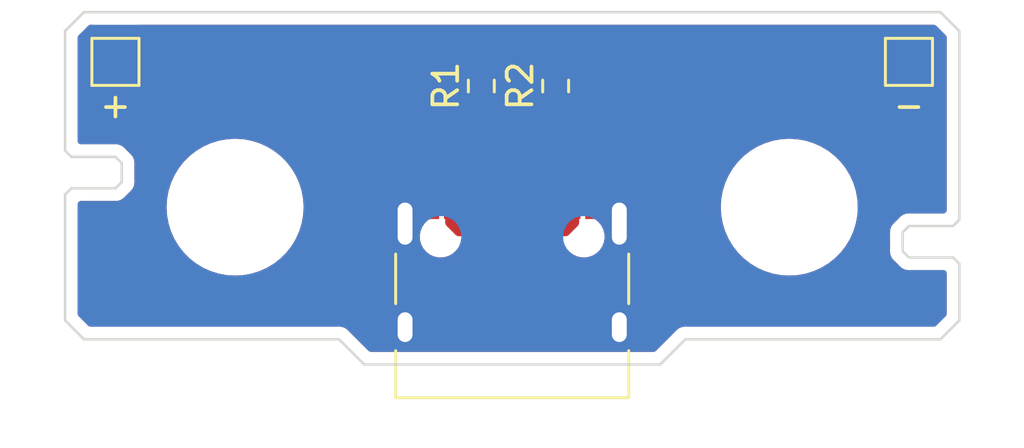
<source format=kicad_pcb>
(kicad_pcb (version 20221018) (generator pcbnew)
  (layers (0 "F.Cu" signal) (31 "B.Cu" signal) (34 "B.Paste" user) (35 "F.Paste" user) (36 "B.SilkS" user "B.Silkscreen") (37 "F.SilkS" user "F.Silkscreen") (38 "B.Mask" user) (39 "F.Mask" user) (44 "Edge.Cuts" user))
  (net 0 "")
  (net 1 "GND")
  (net 2 "Net-(J3-Pin_1)")
  (net 6 "Net-(J1-CC2)")
  (net 10 "Net-(J1-CC1)")
  (footprint "MountingHole:MountingHole_5.3mm_M5" (layer "F.Cu") (at 87.884 69.342)
    (fp_text reference "REF**" hide)
    (fp_text value "MountingHole_5.3mm_M5")
    (pad "" np_thru_hole circle (at 0 0) (size 4.5 4.5) (drill 4.5) (layers "F&B.Cu" "*.Mask"))
  )
  (footprint "TestPoint:TestPoint_Pad_1.5x1.5mm" (layer "F.Cu") (at 115.062 63.4746)
    (fp_text reference "J2" hide)
    (fp_text value "-" (at 0 1.75) (layer "F.SilkS"))
    (fp_line (start -0.95 -0.95) (end 0.95 -0.95) (stroke (width 0.12)) (layer "F.SilkS"))
    (fp_line (start -0.95 0.95) (end -0.95 -0.95) (stroke (width 0.12)) (layer "F.SilkS"))
    (fp_line (start 0.95 -0.95) (end 0.95 0.95) (stroke (width 0.12)) (layer "F.SilkS"))
    (fp_line (start 0.95 0.95) (end -0.95 0.95) (stroke (width 0.12)) (layer "F.SilkS"))
    (pad "1" smd rect (at 0 0) (size 1.5 1.5) (layers "F.Cu" "F.Mask") (net 1 "GND"))
  )
  (footprint "Connector_USB:USB_C_Receptacle_HRO_TYPE-C-31-M-12" (layer "F.Cu") (at 99.06 73.136)
    (fp_text reference "J1" hide)
    (fp_text value "USB_C_Receptacle")
    (fp_line (start -4.7 -1.9) (end -4.7 0.1) (stroke (width 0.12)) (layer "F.SilkS"))
    (fp_line (start -4.7 2) (end -4.7 3.9) (stroke (width 0.12)) (layer "F.SilkS"))
    (fp_line (start -4.7 3.9) (end 4.7 3.9) (stroke (width 0.12)) (layer "F.SilkS"))
    (fp_line (start 4.7 -1.9) (end 4.7 0.1) (stroke (width 0.12)) (layer "F.SilkS"))
    (fp_line (start 4.7 2) (end 4.7 3.9) (stroke (width 0.12)) (layer "F.SilkS"))
    (pad "" np_thru_hole circle (at -2.89 -2.6) (size 0.65 0.65) (drill 0.65) (layers "*.Cu" "*.Mask"))
    (pad "" np_thru_hole circle (at 2.89 -2.6) (size 0.65 0.65) (drill 0.65) (layers "*.Cu" "*.Mask"))
    (pad "A1" smd rect (at -3.25 -4.045) (size 0.6 1.45) (layers "F.Cu" "F.Paste" "F.Mask") (net 1 "GND"))
    (pad "A4" smd rect (at -2.45 -4.045) (size 0.6 1.45) (layers "F.Cu" "F.Paste" "F.Mask") (net 2 "Net-(J3-Pin_1)"))
    (pad "A5" smd rect (at -1.25 -4.045) (size 0.3 1.45) (layers "F.Cu" "F.Paste" "F.Mask") (net 10 "Net-(J1-CC1)"))
    (pad "A6" smd rect (at -0.25 -4.045) (size 0.3 1.45) (layers "F.Cu" "F.Paste" "F.Mask"))
    (pad "A7" smd rect (at 0.25 -4.045) (size 0.3 1.45) (layers "F.Cu" "F.Paste" "F.Mask"))
    (pad "A8" smd rect (at 1.25 -4.045) (size 0.3 1.45) (layers "F.Cu" "F.Paste" "F.Mask"))
    (pad "A9" smd rect (at 2.45 -4.045) (size 0.6 1.45) (layers "F.Cu" "F.Paste" "F.Mask") (net 2 "Net-(J3-Pin_1)"))
    (pad "A12" smd rect (at 3.25 -4.045) (size 0.6 1.45) (layers "F.Cu" "F.Paste" "F.Mask") (net 1 "GND"))
    (pad "B1" smd rect (at 3.25 -4.045) (size 0.6 1.45) (layers "F.Cu" "F.Paste" "F.Mask") (net 1 "GND"))
    (pad "B4" smd rect (at 2.45 -4.045) (size 0.6 1.45) (layers "F.Cu" "F.Paste" "F.Mask") (net 2 "Net-(J3-Pin_1)"))
    (pad "B5" smd rect (at 1.75 -4.045) (size 0.3 1.45) (layers "F.Cu" "F.Paste" "F.Mask") (net 6 "Net-(J1-CC2)"))
    (pad "B6" smd rect (at 0.75 -4.045) (size 0.3 1.45) (layers "F.Cu" "F.Paste" "F.Mask"))
    (pad "B7" smd rect (at -0.75 -4.045) (size 0.3 1.45) (layers "F.Cu" "F.Paste" "F.Mask"))
    (pad "B8" smd rect (at -1.75 -4.045) (size 0.3 1.45) (layers "F.Cu" "F.Paste" "F.Mask"))
    (pad "B9" smd rect (at -2.45 -4.045) (size 0.6 1.45) (layers "F.Cu" "F.Paste" "F.Mask") (net 2 "Net-(J3-Pin_1)"))
    (pad "B12" smd rect (at -3.25 -4.045) (size 0.6 1.45) (layers "F.Cu" "F.Paste" "F.Mask") (net 1 "GND"))
    (pad "S1" thru_hole oval (at -4.32 -3.13) (size 1 2.1) (drill oval 0.6 1.7) (layers "*.Cu" "*.Mask") (net 1 "GND"))
    (pad "S1" thru_hole oval (at -4.32 1.05) (size 1 1.6) (drill oval 0.6 1.2) (layers "*.Cu" "*.Mask") (net 1 "GND"))
    (pad "S1" thru_hole oval (at 4.32 -3.13) (size 1 2.1) (drill oval 0.6 1.7) (layers "*.Cu" "*.Mask") (net 1 "GND"))
    (pad "S1" thru_hole oval (at 4.32 1.05) (size 1 1.6) (drill oval 0.6 1.2) (layers "*.Cu" "*.Mask") (net 1 "GND"))
  )
  (footprint "MountingHole:MountingHole_5.3mm_M5" (layer "F.Cu") (at 110.236 69.342)
    (fp_text reference "REF**" hide)
    (fp_text value "MountingHole_5.3mm_M5")
    (pad "" np_thru_hole circle (at 0 0) (size 4.5 4.5) (drill 4.5) (layers "F&B.Cu" "*.Mask"))
  )
  (footprint "Resistor_SMD:R_0603_1608Metric" (layer "F.Cu") (at 97.8154 64.4506 90)
    (fp_text reference "R1" (at 0 -1.43 90) (layer "F.SilkS"))
    (fp_text value "5.1k")
    (fp_line (start -0.237258 -0.5225) (end 0.237258 -0.5225) (stroke (width 0.12)) (layer "F.SilkS"))
    (fp_line (start -0.237258 0.5225) (end 0.237258 0.5225) (stroke (width 0.12)) (layer "F.SilkS"))
    (pad "1" smd roundrect (at -0.825 0 90) (size 0.8 0.95) (layers "F.Cu" "F.Paste" "F.Mask") (net 10 "Net-(J1-CC1)"))
    (pad "2" smd roundrect (at 0.825 0 90) (size 0.8 0.95) (layers "F.Cu" "F.Paste" "F.Mask") (net 1 "GND"))
  )
  (footprint "TestPoint:TestPoint_Pad_1.5x1.5mm" (layer "F.Cu") (at 83.058 63.4746)
    (fp_text reference "J3" hide)
    (fp_text value "+" (at 0 1.75) (layer "F.SilkS"))
    (fp_line (start -0.95 -0.95) (end 0.95 -0.95) (stroke (width 0.12)) (layer "F.SilkS"))
    (fp_line (start -0.95 0.95) (end -0.95 -0.95) (stroke (width 0.12)) (layer "F.SilkS"))
    (fp_line (start 0.95 -0.95) (end 0.95 0.95) (stroke (width 0.12)) (layer "F.SilkS"))
    (fp_line (start 0.95 0.95) (end -0.95 0.95) (stroke (width 0.12)) (layer "F.SilkS"))
    (pad "1" smd rect (at 0 0) (size 1.5 1.5) (layers "F.Cu" "F.Mask") (net 2 "Net-(J3-Pin_1)"))
  )
  (footprint "Resistor_SMD:R_0603_1608Metric" (layer "F.Cu") (at 100.8126 64.4506 90)
    (fp_text reference "R2" (at 0 -1.43 90) (layer "F.SilkS"))
    (fp_text value "5.1k")
    (fp_line (start -0.237258 -0.5225) (end 0.237258 -0.5225) (stroke (width 0.12)) (layer "F.SilkS"))
    (fp_line (start -0.237258 0.5225) (end 0.237258 0.5225) (stroke (width 0.12)) (layer "F.SilkS"))
    (pad "1" smd roundrect (at -0.825 0 90) (size 0.8 0.95) (layers "F.Cu" "F.Paste" "F.Mask") (net 6 "Net-(J1-CC2)"))
    (pad "2" smd roundrect (at 0.825 0 90) (size 0.8 0.95) (layers "F.Cu" "F.Paste" "F.Mask") (net 1 "GND"))
  )
  (footprint "LOGO" (layer "B.Cu") (at 111.0488 63.4492 180)
    (fp_text reference "G***" hide)
    (fp_text value "LOGO" hide)
  )
  (gr_line (start 81.026 67.056) (end 81.28 67.31) (stroke (width 0.1)) (layer "Edge.Cuts"))
  (gr_line (start 92.075 74.676) (end 93.091 75.692) (stroke (width 0.1)) (layer "Edge.Cuts"))
  (gr_line (start 117.094 73.914) (end 116.332 74.676) (stroke (width 0.1)) (layer "Edge.Cuts"))
  (gr_line (start 105.029 75.692) (end 106.045 74.676) (stroke (width 0.1)) (layer "Edge.Cuts"))
  (gr_line (start 117.094 73.914) (end 117.094 71.628) (stroke (width 0.1)) (layer "Edge.Cuts"))
  (gr_line (start 116.84 70.104) (end 115.062 70.104) (stroke (width 0.1)) (layer "Edge.Cuts"))
  (gr_line (start 116.84 71.374) (end 117.094 71.628) (stroke (width 0.1)) (layer "Edge.Cuts"))
  (gr_line (start 117.094 62.23) (end 116.332 61.468) (stroke (width 0.1)) (layer "Edge.Cuts"))
  (gr_line (start 83.312 67.564) (end 83.312 68.326) (stroke (width 0.1)) (layer "Edge.Cuts"))
  (gr_line (start 93.091 75.692) (end 105.029 75.692) (stroke (width 0.1)) (layer "Edge.Cuts"))
  (gr_line (start 81.788 61.468) (end 81.026 62.23) (stroke (width 0.1)) (layer "Edge.Cuts"))
  (gr_line (start 114.808 70.358) (end 114.808 71.12) (stroke (width 0.1)) (layer "Edge.Cuts"))
  (gr_line (start 117.094 69.85) (end 117.094 62.23) (stroke (width 0.1)) (layer "Edge.Cuts"))
  (gr_line (start 114.808 71.12) (end 115.062 71.374) (stroke (width 0.1)) (layer "Edge.Cuts"))
  (gr_line (start 92.075 74.676) (end 81.788 74.676) (stroke (width 0.1)) (layer "Edge.Cuts"))
  (gr_line (start 115.062 71.374) (end 116.84 71.374) (stroke (width 0.1)) (layer "Edge.Cuts"))
  (gr_line (start 81.28 67.31) (end 83.058 67.31) (stroke (width 0.1)) (layer "Edge.Cuts"))
  (gr_line (start 81.026 73.914) (end 81.788 74.676) (stroke (width 0.1)) (layer "Edge.Cuts"))
  (gr_line (start 81.026 68.834) (end 81.026 73.914) (stroke (width 0.1)) (layer "Edge.Cuts"))
  (gr_line (start 81.28 68.58) (end 81.026 68.834) (stroke (width 0.1)) (layer "Edge.Cuts"))
  (gr_line (start 81.788 61.468) (end 116.332 61.468) (stroke (width 0.1)) (layer "Edge.Cuts"))
  (gr_line (start 83.058 67.31) (end 83.312 67.564) (stroke (width 0.1)) (layer "Edge.Cuts"))
  (gr_line (start 116.84 70.104) (end 117.094 69.85) (stroke (width 0.1)) (layer "Edge.Cuts"))
  (gr_line (start 81.026 62.23) (end 81.026 67.056) (stroke (width 0.1)) (layer "Edge.Cuts"))
  (gr_line (start 83.058 68.58) (end 83.312 68.326) (stroke (width 0.1)) (layer "Edge.Cuts"))
  (gr_line (start 106.045 74.676) (end 116.332 74.676) (stroke (width 0.1)) (layer "Edge.Cuts"))
  (gr_line (start 114.808 70.358) (end 115.062 70.104) (stroke (width 0.1)) (layer "Edge.Cuts"))
  (gr_line (start 83.058 68.58) (end 81.28 68.58) (stroke (width 0.1)) (layer "Edge.Cuts"))
  (segment (start 96.61 69.091) (end 96.61 69.94) (width 0.5) (layer "F.Cu") (net 2))
  (segment (start 96.61 65.0378) (end 95.0468 63.4746) (width 0.5) (layer "F.Cu") (net 2))
  (segment (start 101.51 69.94) (end 101.51 69.091) (width 0.5) (layer "F.Cu") (net 2))
  (segment (start 95.0468 63.4746) (end 83.058 63.4746) (width 0.5) (layer "F.Cu") (net 2))
  (segment (start 96.935511 70.265511) (end 101.184489 70.265511) (width 0.5) (layer "F.Cu") (net 2))
  (segment (start 101.184489 70.265511) (end 101.51 69.94) (width 0.5) (layer "F.Cu") (net 2))
  (segment (start 96.61 69.091) (end 96.61 65.0378) (width 0.5) (layer "F.Cu") (net 2))
  (segment (start 96.61 69.94) (end 96.935511 70.265511) (width 0.5) (layer "F.Cu") (net 2))
  (segment (start 100.81 65.2782) (end 100.8126 65.2756) (width 0.25) (layer "F.Cu") (net 6))
  (segment (start 100.81 69.091) (end 100.81 65.2782) (width 0.25) (layer "F.Cu") (net 6))
  (segment (start 97.81 65.281) (end 97.8154 65.2756) (width 0.25) (layer "F.Cu") (net 10))
  (segment (start 97.81 69.091) (end 97.81 65.281) (width 0.25) (layer "F.Cu") (net 10))
  (zone (net 1) (net_name "GND") (layer "F.Cu") (connect_pads yes (clearance 0.508)) (min_thickness 0.254) (fill yes (thermal_gap 0.508) (thermal_bridge_width 0.508) (island_removal_mode 1) (island_area_min 0))
    (polygon (pts (xy 117.094 75.819) (xy 81.026 75.692) (xy 81.026 61.468) (xy 117.094 61.468)))
  )
  (zone (net 1) (net_name "GND") (layer "B.Cu") (name "a") (connect_pads yes (clearance 0.508)) (min_thickness 0.254) (fill yes (thermal_gap 0.508) (thermal_bridge_width 0.508))
    (polygon (pts (xy 117.094 75.565) (xy 81.026 75.692) (xy 81.026 61.468) (xy 117.094 61.468)))
  )
)
</source>
